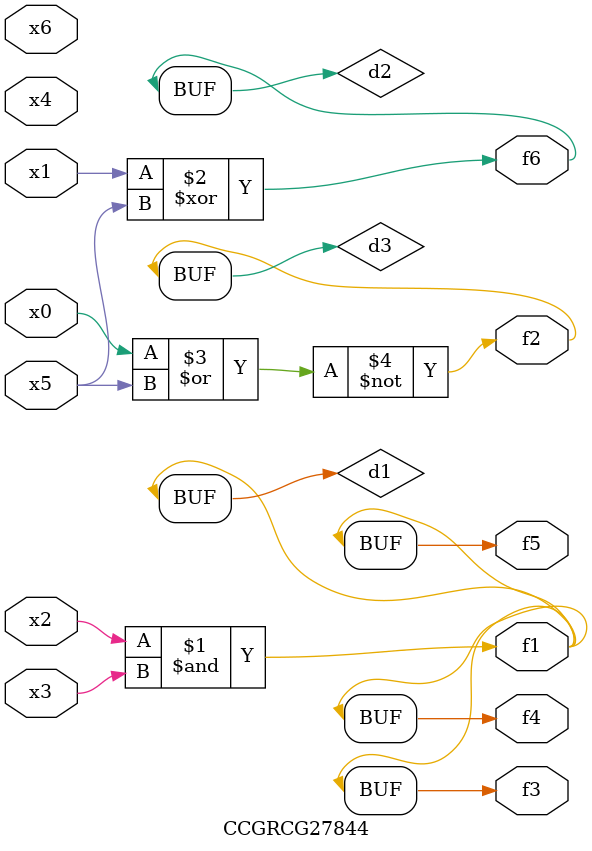
<source format=v>
module CCGRCG27844(
	input x0, x1, x2, x3, x4, x5, x6,
	output f1, f2, f3, f4, f5, f6
);

	wire d1, d2, d3;

	and (d1, x2, x3);
	xor (d2, x1, x5);
	nor (d3, x0, x5);
	assign f1 = d1;
	assign f2 = d3;
	assign f3 = d1;
	assign f4 = d1;
	assign f5 = d1;
	assign f6 = d2;
endmodule

</source>
